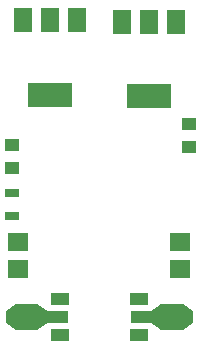
<source format=gbr>
G04 #@! TF.FileFunction,Paste,Bot*
%FSLAX46Y46*%
G04 Gerber Fmt 4.6, Leading zero omitted, Abs format (unit mm)*
G04 Created by KiCad (PCBNEW 4.0.7) date Mon Feb  5 11:14:21 2018*
%MOMM*%
%LPD*%
G01*
G04 APERTURE LIST*
%ADD10C,0.100000*%
%ADD11R,1.800000X1.550000*%
%ADD12R,1.250000X1.000000*%
%ADD13R,1.500000X1.000000*%
%ADD14R,1.800000X1.000000*%
%ADD15R,1.840000X2.200000*%
%ADD16R,1.300000X0.700000*%
%ADD17R,3.800000X2.000000*%
%ADD18R,1.500000X2.000000*%
G04 APERTURE END LIST*
D10*
D11*
X91186000Y-92297000D03*
X91186000Y-94647000D03*
X104902000Y-92297000D03*
X104902000Y-94647000D03*
D12*
X105664000Y-82312000D03*
X105664000Y-84312000D03*
X90678000Y-86090000D03*
X90678000Y-84090000D03*
D10*
G36*
X90126000Y-98179000D02*
X90976000Y-97579000D01*
X90976000Y-99779000D01*
X90126000Y-99179000D01*
X90126000Y-98179000D01*
X90126000Y-98179000D01*
G37*
D13*
X94698000Y-97179000D03*
D14*
X94551500Y-98679000D03*
D13*
X94698000Y-100179000D03*
D15*
X91884500Y-98679000D03*
D10*
G36*
X93794200Y-99079000D02*
X92794200Y-99779000D01*
X92794200Y-97579000D01*
X93794200Y-98279000D01*
X93794200Y-99079000D01*
X93794200Y-99079000D01*
G37*
G36*
X105962000Y-99179000D02*
X105112000Y-99779000D01*
X105112000Y-97579000D01*
X105962000Y-98179000D01*
X105962000Y-99179000D01*
X105962000Y-99179000D01*
G37*
D13*
X101390000Y-100179000D03*
D14*
X101536500Y-98679000D03*
D13*
X101390000Y-97179000D03*
D15*
X104203500Y-98679000D03*
D10*
G36*
X102293800Y-98279000D02*
X103293800Y-97579000D01*
X103293800Y-99779000D01*
X102293800Y-99079000D01*
X102293800Y-98279000D01*
X102293800Y-98279000D01*
G37*
D16*
X90678000Y-90104000D03*
X90678000Y-88204000D03*
D17*
X93853000Y-79858000D03*
D18*
X93853000Y-73558000D03*
X96153000Y-73558000D03*
X91553000Y-73558000D03*
D17*
X102235000Y-79985000D03*
D18*
X102235000Y-73685000D03*
X104535000Y-73685000D03*
X99935000Y-73685000D03*
M02*

</source>
